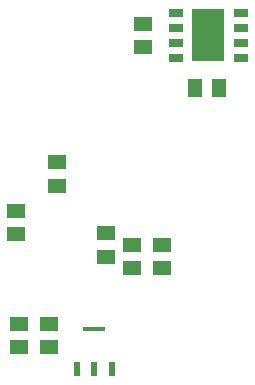
<source format=gbr>
G04 EAGLE Gerber RS-274X export*
G75*
%MOMM*%
%FSLAX34Y34*%
%LPD*%
%INSolderpaste Bottom*%
%IPPOS*%
%AMOC8*
5,1,8,0,0,1.08239X$1,22.5*%
G01*
%ADD10R,2.703066X4.452109*%
%ADD11R,1.600000X1.300000*%
%ADD12R,1.500000X1.300000*%
%ADD13R,0.558800X1.193800*%
%ADD14R,1.828800X0.457200*%
%ADD15R,1.300000X0.700000*%
%ADD16R,1.300000X1.600000*%


D10*
X175699Y321188D03*
D11*
X47625Y213200D03*
X47625Y193200D03*
D12*
X41275Y76200D03*
X41275Y57200D03*
X15875Y76200D03*
X15875Y57200D03*
D13*
X94361Y38481D03*
X79375Y38481D03*
X64389Y38481D03*
D14*
X79375Y71882D03*
D15*
X203720Y314325D03*
X203720Y301625D03*
X203720Y327025D03*
X203720Y339725D03*
X148720Y314325D03*
X148720Y301625D03*
X148720Y327025D03*
X148720Y339725D03*
D12*
X120650Y330175D03*
X120650Y311175D03*
D16*
X164625Y276225D03*
X184625Y276225D03*
D12*
X136525Y142850D03*
X136525Y123850D03*
X111125Y142850D03*
X111125Y123850D03*
D11*
X12720Y152184D03*
X12720Y172184D03*
X89042Y133104D03*
X89042Y153104D03*
M02*

</source>
